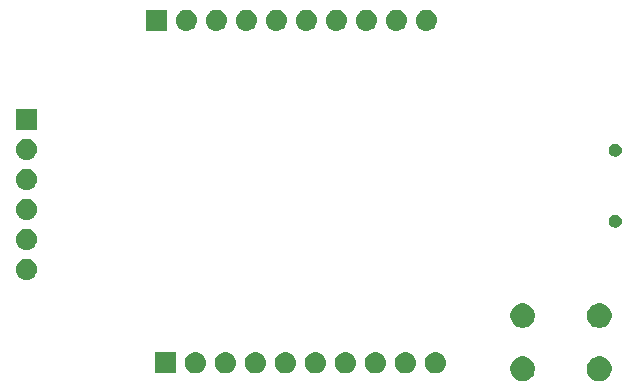
<source format=gbr>
G04 #@! TF.GenerationSoftware,KiCad,Pcbnew,5.0.2+dfsg1-1*
G04 #@! TF.CreationDate,2019-09-12T15:29:43-03:00*
G04 #@! TF.ProjectId,projeto1,70726f6a-6574-46f3-912e-6b696361645f,rev?*
G04 #@! TF.SameCoordinates,Original*
G04 #@! TF.FileFunction,Soldermask,Bot*
G04 #@! TF.FilePolarity,Negative*
%FSLAX46Y46*%
G04 Gerber Fmt 4.6, Leading zero omitted, Abs format (unit mm)*
G04 Created by KiCad (PCBNEW 5.0.2+dfsg1-1) date qui 12 set 2019 15:29:43 -03*
%MOMM*%
%LPD*%
G01*
G04 APERTURE LIST*
%ADD10C,0.100000*%
G04 APERTURE END LIST*
D10*
G36*
X121806565Y-91489389D02*
X121997834Y-91568615D01*
X122169976Y-91683637D01*
X122316363Y-91830024D01*
X122431385Y-92002166D01*
X122510611Y-92193435D01*
X122551000Y-92396484D01*
X122551000Y-92603516D01*
X122510611Y-92806565D01*
X122431385Y-92997834D01*
X122316363Y-93169976D01*
X122169976Y-93316363D01*
X121997834Y-93431385D01*
X121806565Y-93510611D01*
X121603516Y-93551000D01*
X121396484Y-93551000D01*
X121193435Y-93510611D01*
X121002166Y-93431385D01*
X120830024Y-93316363D01*
X120683637Y-93169976D01*
X120568615Y-92997834D01*
X120489389Y-92806565D01*
X120449000Y-92603516D01*
X120449000Y-92396484D01*
X120489389Y-92193435D01*
X120568615Y-92002166D01*
X120683637Y-91830024D01*
X120830024Y-91683637D01*
X121002166Y-91568615D01*
X121193435Y-91489389D01*
X121396484Y-91449000D01*
X121603516Y-91449000D01*
X121806565Y-91489389D01*
X121806565Y-91489389D01*
G37*
G36*
X115306565Y-91489389D02*
X115497834Y-91568615D01*
X115669976Y-91683637D01*
X115816363Y-91830024D01*
X115931385Y-92002166D01*
X116010611Y-92193435D01*
X116051000Y-92396484D01*
X116051000Y-92603516D01*
X116010611Y-92806565D01*
X115931385Y-92997834D01*
X115816363Y-93169976D01*
X115669976Y-93316363D01*
X115497834Y-93431385D01*
X115306565Y-93510611D01*
X115103516Y-93551000D01*
X114896484Y-93551000D01*
X114693435Y-93510611D01*
X114502166Y-93431385D01*
X114330024Y-93316363D01*
X114183637Y-93169976D01*
X114068615Y-92997834D01*
X113989389Y-92806565D01*
X113949000Y-92603516D01*
X113949000Y-92396484D01*
X113989389Y-92193435D01*
X114068615Y-92002166D01*
X114183637Y-91830024D01*
X114330024Y-91683637D01*
X114502166Y-91568615D01*
X114693435Y-91489389D01*
X114896484Y-91449000D01*
X115103516Y-91449000D01*
X115306565Y-91489389D01*
X115306565Y-91489389D01*
G37*
G36*
X89950442Y-91105518D02*
X90016627Y-91112037D01*
X90129853Y-91146384D01*
X90186467Y-91163557D01*
X90325087Y-91237652D01*
X90342991Y-91247222D01*
X90378729Y-91276552D01*
X90480186Y-91359814D01*
X90553378Y-91449000D01*
X90592778Y-91497009D01*
X90592779Y-91497011D01*
X90676443Y-91653533D01*
X90676443Y-91653534D01*
X90727963Y-91823373D01*
X90745359Y-92000000D01*
X90727963Y-92176627D01*
X90722864Y-92193435D01*
X90676443Y-92346467D01*
X90649708Y-92396484D01*
X90592778Y-92502991D01*
X90563448Y-92538729D01*
X90480186Y-92640186D01*
X90378729Y-92723448D01*
X90342991Y-92752778D01*
X90342989Y-92752779D01*
X90186467Y-92836443D01*
X90129853Y-92853616D01*
X90016627Y-92887963D01*
X89950443Y-92894481D01*
X89884260Y-92901000D01*
X89795740Y-92901000D01*
X89729557Y-92894481D01*
X89663373Y-92887963D01*
X89550147Y-92853616D01*
X89493533Y-92836443D01*
X89337011Y-92752779D01*
X89337009Y-92752778D01*
X89301271Y-92723448D01*
X89199814Y-92640186D01*
X89116552Y-92538729D01*
X89087222Y-92502991D01*
X89030292Y-92396484D01*
X89003557Y-92346467D01*
X88957136Y-92193435D01*
X88952037Y-92176627D01*
X88934641Y-92000000D01*
X88952037Y-91823373D01*
X89003557Y-91653534D01*
X89003557Y-91653533D01*
X89087221Y-91497011D01*
X89087222Y-91497009D01*
X89126622Y-91449000D01*
X89199814Y-91359814D01*
X89301271Y-91276552D01*
X89337009Y-91247222D01*
X89354913Y-91237652D01*
X89493533Y-91163557D01*
X89550147Y-91146384D01*
X89663373Y-91112037D01*
X89729558Y-91105518D01*
X89795740Y-91099000D01*
X89884260Y-91099000D01*
X89950442Y-91105518D01*
X89950442Y-91105518D01*
G37*
G36*
X107730442Y-91105518D02*
X107796627Y-91112037D01*
X107909853Y-91146384D01*
X107966467Y-91163557D01*
X108105087Y-91237652D01*
X108122991Y-91247222D01*
X108158729Y-91276552D01*
X108260186Y-91359814D01*
X108333378Y-91449000D01*
X108372778Y-91497009D01*
X108372779Y-91497011D01*
X108456443Y-91653533D01*
X108456443Y-91653534D01*
X108507963Y-91823373D01*
X108525359Y-92000000D01*
X108507963Y-92176627D01*
X108502864Y-92193435D01*
X108456443Y-92346467D01*
X108429708Y-92396484D01*
X108372778Y-92502991D01*
X108343448Y-92538729D01*
X108260186Y-92640186D01*
X108158729Y-92723448D01*
X108122991Y-92752778D01*
X108122989Y-92752779D01*
X107966467Y-92836443D01*
X107909853Y-92853616D01*
X107796627Y-92887963D01*
X107730443Y-92894481D01*
X107664260Y-92901000D01*
X107575740Y-92901000D01*
X107509557Y-92894481D01*
X107443373Y-92887963D01*
X107330147Y-92853616D01*
X107273533Y-92836443D01*
X107117011Y-92752779D01*
X107117009Y-92752778D01*
X107081271Y-92723448D01*
X106979814Y-92640186D01*
X106896552Y-92538729D01*
X106867222Y-92502991D01*
X106810292Y-92396484D01*
X106783557Y-92346467D01*
X106737136Y-92193435D01*
X106732037Y-92176627D01*
X106714641Y-92000000D01*
X106732037Y-91823373D01*
X106783557Y-91653534D01*
X106783557Y-91653533D01*
X106867221Y-91497011D01*
X106867222Y-91497009D01*
X106906622Y-91449000D01*
X106979814Y-91359814D01*
X107081271Y-91276552D01*
X107117009Y-91247222D01*
X107134913Y-91237652D01*
X107273533Y-91163557D01*
X107330147Y-91146384D01*
X107443373Y-91112037D01*
X107509558Y-91105518D01*
X107575740Y-91099000D01*
X107664260Y-91099000D01*
X107730442Y-91105518D01*
X107730442Y-91105518D01*
G37*
G36*
X105190442Y-91105518D02*
X105256627Y-91112037D01*
X105369853Y-91146384D01*
X105426467Y-91163557D01*
X105565087Y-91237652D01*
X105582991Y-91247222D01*
X105618729Y-91276552D01*
X105720186Y-91359814D01*
X105793378Y-91449000D01*
X105832778Y-91497009D01*
X105832779Y-91497011D01*
X105916443Y-91653533D01*
X105916443Y-91653534D01*
X105967963Y-91823373D01*
X105985359Y-92000000D01*
X105967963Y-92176627D01*
X105962864Y-92193435D01*
X105916443Y-92346467D01*
X105889708Y-92396484D01*
X105832778Y-92502991D01*
X105803448Y-92538729D01*
X105720186Y-92640186D01*
X105618729Y-92723448D01*
X105582991Y-92752778D01*
X105582989Y-92752779D01*
X105426467Y-92836443D01*
X105369853Y-92853616D01*
X105256627Y-92887963D01*
X105190443Y-92894481D01*
X105124260Y-92901000D01*
X105035740Y-92901000D01*
X104969557Y-92894481D01*
X104903373Y-92887963D01*
X104790147Y-92853616D01*
X104733533Y-92836443D01*
X104577011Y-92752779D01*
X104577009Y-92752778D01*
X104541271Y-92723448D01*
X104439814Y-92640186D01*
X104356552Y-92538729D01*
X104327222Y-92502991D01*
X104270292Y-92396484D01*
X104243557Y-92346467D01*
X104197136Y-92193435D01*
X104192037Y-92176627D01*
X104174641Y-92000000D01*
X104192037Y-91823373D01*
X104243557Y-91653534D01*
X104243557Y-91653533D01*
X104327221Y-91497011D01*
X104327222Y-91497009D01*
X104366622Y-91449000D01*
X104439814Y-91359814D01*
X104541271Y-91276552D01*
X104577009Y-91247222D01*
X104594913Y-91237652D01*
X104733533Y-91163557D01*
X104790147Y-91146384D01*
X104903373Y-91112037D01*
X104969558Y-91105518D01*
X105035740Y-91099000D01*
X105124260Y-91099000D01*
X105190442Y-91105518D01*
X105190442Y-91105518D01*
G37*
G36*
X102650442Y-91105518D02*
X102716627Y-91112037D01*
X102829853Y-91146384D01*
X102886467Y-91163557D01*
X103025087Y-91237652D01*
X103042991Y-91247222D01*
X103078729Y-91276552D01*
X103180186Y-91359814D01*
X103253378Y-91449000D01*
X103292778Y-91497009D01*
X103292779Y-91497011D01*
X103376443Y-91653533D01*
X103376443Y-91653534D01*
X103427963Y-91823373D01*
X103445359Y-92000000D01*
X103427963Y-92176627D01*
X103422864Y-92193435D01*
X103376443Y-92346467D01*
X103349708Y-92396484D01*
X103292778Y-92502991D01*
X103263448Y-92538729D01*
X103180186Y-92640186D01*
X103078729Y-92723448D01*
X103042991Y-92752778D01*
X103042989Y-92752779D01*
X102886467Y-92836443D01*
X102829853Y-92853616D01*
X102716627Y-92887963D01*
X102650443Y-92894481D01*
X102584260Y-92901000D01*
X102495740Y-92901000D01*
X102429557Y-92894481D01*
X102363373Y-92887963D01*
X102250147Y-92853616D01*
X102193533Y-92836443D01*
X102037011Y-92752779D01*
X102037009Y-92752778D01*
X102001271Y-92723448D01*
X101899814Y-92640186D01*
X101816552Y-92538729D01*
X101787222Y-92502991D01*
X101730292Y-92396484D01*
X101703557Y-92346467D01*
X101657136Y-92193435D01*
X101652037Y-92176627D01*
X101634641Y-92000000D01*
X101652037Y-91823373D01*
X101703557Y-91653534D01*
X101703557Y-91653533D01*
X101787221Y-91497011D01*
X101787222Y-91497009D01*
X101826622Y-91449000D01*
X101899814Y-91359814D01*
X102001271Y-91276552D01*
X102037009Y-91247222D01*
X102054913Y-91237652D01*
X102193533Y-91163557D01*
X102250147Y-91146384D01*
X102363373Y-91112037D01*
X102429558Y-91105518D01*
X102495740Y-91099000D01*
X102584260Y-91099000D01*
X102650442Y-91105518D01*
X102650442Y-91105518D01*
G37*
G36*
X100110442Y-91105518D02*
X100176627Y-91112037D01*
X100289853Y-91146384D01*
X100346467Y-91163557D01*
X100485087Y-91237652D01*
X100502991Y-91247222D01*
X100538729Y-91276552D01*
X100640186Y-91359814D01*
X100713378Y-91449000D01*
X100752778Y-91497009D01*
X100752779Y-91497011D01*
X100836443Y-91653533D01*
X100836443Y-91653534D01*
X100887963Y-91823373D01*
X100905359Y-92000000D01*
X100887963Y-92176627D01*
X100882864Y-92193435D01*
X100836443Y-92346467D01*
X100809708Y-92396484D01*
X100752778Y-92502991D01*
X100723448Y-92538729D01*
X100640186Y-92640186D01*
X100538729Y-92723448D01*
X100502991Y-92752778D01*
X100502989Y-92752779D01*
X100346467Y-92836443D01*
X100289853Y-92853616D01*
X100176627Y-92887963D01*
X100110443Y-92894481D01*
X100044260Y-92901000D01*
X99955740Y-92901000D01*
X99889557Y-92894481D01*
X99823373Y-92887963D01*
X99710147Y-92853616D01*
X99653533Y-92836443D01*
X99497011Y-92752779D01*
X99497009Y-92752778D01*
X99461271Y-92723448D01*
X99359814Y-92640186D01*
X99276552Y-92538729D01*
X99247222Y-92502991D01*
X99190292Y-92396484D01*
X99163557Y-92346467D01*
X99117136Y-92193435D01*
X99112037Y-92176627D01*
X99094641Y-92000000D01*
X99112037Y-91823373D01*
X99163557Y-91653534D01*
X99163557Y-91653533D01*
X99247221Y-91497011D01*
X99247222Y-91497009D01*
X99286622Y-91449000D01*
X99359814Y-91359814D01*
X99461271Y-91276552D01*
X99497009Y-91247222D01*
X99514913Y-91237652D01*
X99653533Y-91163557D01*
X99710147Y-91146384D01*
X99823373Y-91112037D01*
X99889558Y-91105518D01*
X99955740Y-91099000D01*
X100044260Y-91099000D01*
X100110442Y-91105518D01*
X100110442Y-91105518D01*
G37*
G36*
X97570442Y-91105518D02*
X97636627Y-91112037D01*
X97749853Y-91146384D01*
X97806467Y-91163557D01*
X97945087Y-91237652D01*
X97962991Y-91247222D01*
X97998729Y-91276552D01*
X98100186Y-91359814D01*
X98173378Y-91449000D01*
X98212778Y-91497009D01*
X98212779Y-91497011D01*
X98296443Y-91653533D01*
X98296443Y-91653534D01*
X98347963Y-91823373D01*
X98365359Y-92000000D01*
X98347963Y-92176627D01*
X98342864Y-92193435D01*
X98296443Y-92346467D01*
X98269708Y-92396484D01*
X98212778Y-92502991D01*
X98183448Y-92538729D01*
X98100186Y-92640186D01*
X97998729Y-92723448D01*
X97962991Y-92752778D01*
X97962989Y-92752779D01*
X97806467Y-92836443D01*
X97749853Y-92853616D01*
X97636627Y-92887963D01*
X97570443Y-92894481D01*
X97504260Y-92901000D01*
X97415740Y-92901000D01*
X97349557Y-92894481D01*
X97283373Y-92887963D01*
X97170147Y-92853616D01*
X97113533Y-92836443D01*
X96957011Y-92752779D01*
X96957009Y-92752778D01*
X96921271Y-92723448D01*
X96819814Y-92640186D01*
X96736552Y-92538729D01*
X96707222Y-92502991D01*
X96650292Y-92396484D01*
X96623557Y-92346467D01*
X96577136Y-92193435D01*
X96572037Y-92176627D01*
X96554641Y-92000000D01*
X96572037Y-91823373D01*
X96623557Y-91653534D01*
X96623557Y-91653533D01*
X96707221Y-91497011D01*
X96707222Y-91497009D01*
X96746622Y-91449000D01*
X96819814Y-91359814D01*
X96921271Y-91276552D01*
X96957009Y-91247222D01*
X96974913Y-91237652D01*
X97113533Y-91163557D01*
X97170147Y-91146384D01*
X97283373Y-91112037D01*
X97349558Y-91105518D01*
X97415740Y-91099000D01*
X97504260Y-91099000D01*
X97570442Y-91105518D01*
X97570442Y-91105518D01*
G37*
G36*
X95030442Y-91105518D02*
X95096627Y-91112037D01*
X95209853Y-91146384D01*
X95266467Y-91163557D01*
X95405087Y-91237652D01*
X95422991Y-91247222D01*
X95458729Y-91276552D01*
X95560186Y-91359814D01*
X95633378Y-91449000D01*
X95672778Y-91497009D01*
X95672779Y-91497011D01*
X95756443Y-91653533D01*
X95756443Y-91653534D01*
X95807963Y-91823373D01*
X95825359Y-92000000D01*
X95807963Y-92176627D01*
X95802864Y-92193435D01*
X95756443Y-92346467D01*
X95729708Y-92396484D01*
X95672778Y-92502991D01*
X95643448Y-92538729D01*
X95560186Y-92640186D01*
X95458729Y-92723448D01*
X95422991Y-92752778D01*
X95422989Y-92752779D01*
X95266467Y-92836443D01*
X95209853Y-92853616D01*
X95096627Y-92887963D01*
X95030443Y-92894481D01*
X94964260Y-92901000D01*
X94875740Y-92901000D01*
X94809557Y-92894481D01*
X94743373Y-92887963D01*
X94630147Y-92853616D01*
X94573533Y-92836443D01*
X94417011Y-92752779D01*
X94417009Y-92752778D01*
X94381271Y-92723448D01*
X94279814Y-92640186D01*
X94196552Y-92538729D01*
X94167222Y-92502991D01*
X94110292Y-92396484D01*
X94083557Y-92346467D01*
X94037136Y-92193435D01*
X94032037Y-92176627D01*
X94014641Y-92000000D01*
X94032037Y-91823373D01*
X94083557Y-91653534D01*
X94083557Y-91653533D01*
X94167221Y-91497011D01*
X94167222Y-91497009D01*
X94206622Y-91449000D01*
X94279814Y-91359814D01*
X94381271Y-91276552D01*
X94417009Y-91247222D01*
X94434913Y-91237652D01*
X94573533Y-91163557D01*
X94630147Y-91146384D01*
X94743373Y-91112037D01*
X94809558Y-91105518D01*
X94875740Y-91099000D01*
X94964260Y-91099000D01*
X95030442Y-91105518D01*
X95030442Y-91105518D01*
G37*
G36*
X92490442Y-91105518D02*
X92556627Y-91112037D01*
X92669853Y-91146384D01*
X92726467Y-91163557D01*
X92865087Y-91237652D01*
X92882991Y-91247222D01*
X92918729Y-91276552D01*
X93020186Y-91359814D01*
X93093378Y-91449000D01*
X93132778Y-91497009D01*
X93132779Y-91497011D01*
X93216443Y-91653533D01*
X93216443Y-91653534D01*
X93267963Y-91823373D01*
X93285359Y-92000000D01*
X93267963Y-92176627D01*
X93262864Y-92193435D01*
X93216443Y-92346467D01*
X93189708Y-92396484D01*
X93132778Y-92502991D01*
X93103448Y-92538729D01*
X93020186Y-92640186D01*
X92918729Y-92723448D01*
X92882991Y-92752778D01*
X92882989Y-92752779D01*
X92726467Y-92836443D01*
X92669853Y-92853616D01*
X92556627Y-92887963D01*
X92490443Y-92894481D01*
X92424260Y-92901000D01*
X92335740Y-92901000D01*
X92269557Y-92894481D01*
X92203373Y-92887963D01*
X92090147Y-92853616D01*
X92033533Y-92836443D01*
X91877011Y-92752779D01*
X91877009Y-92752778D01*
X91841271Y-92723448D01*
X91739814Y-92640186D01*
X91656552Y-92538729D01*
X91627222Y-92502991D01*
X91570292Y-92396484D01*
X91543557Y-92346467D01*
X91497136Y-92193435D01*
X91492037Y-92176627D01*
X91474641Y-92000000D01*
X91492037Y-91823373D01*
X91543557Y-91653534D01*
X91543557Y-91653533D01*
X91627221Y-91497011D01*
X91627222Y-91497009D01*
X91666622Y-91449000D01*
X91739814Y-91359814D01*
X91841271Y-91276552D01*
X91877009Y-91247222D01*
X91894913Y-91237652D01*
X92033533Y-91163557D01*
X92090147Y-91146384D01*
X92203373Y-91112037D01*
X92269558Y-91105518D01*
X92335740Y-91099000D01*
X92424260Y-91099000D01*
X92490442Y-91105518D01*
X92490442Y-91105518D01*
G37*
G36*
X87410442Y-91105518D02*
X87476627Y-91112037D01*
X87589853Y-91146384D01*
X87646467Y-91163557D01*
X87785087Y-91237652D01*
X87802991Y-91247222D01*
X87838729Y-91276552D01*
X87940186Y-91359814D01*
X88013378Y-91449000D01*
X88052778Y-91497009D01*
X88052779Y-91497011D01*
X88136443Y-91653533D01*
X88136443Y-91653534D01*
X88187963Y-91823373D01*
X88205359Y-92000000D01*
X88187963Y-92176627D01*
X88182864Y-92193435D01*
X88136443Y-92346467D01*
X88109708Y-92396484D01*
X88052778Y-92502991D01*
X88023448Y-92538729D01*
X87940186Y-92640186D01*
X87838729Y-92723448D01*
X87802991Y-92752778D01*
X87802989Y-92752779D01*
X87646467Y-92836443D01*
X87589853Y-92853616D01*
X87476627Y-92887963D01*
X87410443Y-92894481D01*
X87344260Y-92901000D01*
X87255740Y-92901000D01*
X87189557Y-92894481D01*
X87123373Y-92887963D01*
X87010147Y-92853616D01*
X86953533Y-92836443D01*
X86797011Y-92752779D01*
X86797009Y-92752778D01*
X86761271Y-92723448D01*
X86659814Y-92640186D01*
X86576552Y-92538729D01*
X86547222Y-92502991D01*
X86490292Y-92396484D01*
X86463557Y-92346467D01*
X86417136Y-92193435D01*
X86412037Y-92176627D01*
X86394641Y-92000000D01*
X86412037Y-91823373D01*
X86463557Y-91653534D01*
X86463557Y-91653533D01*
X86547221Y-91497011D01*
X86547222Y-91497009D01*
X86586622Y-91449000D01*
X86659814Y-91359814D01*
X86761271Y-91276552D01*
X86797009Y-91247222D01*
X86814913Y-91237652D01*
X86953533Y-91163557D01*
X87010147Y-91146384D01*
X87123373Y-91112037D01*
X87189558Y-91105518D01*
X87255740Y-91099000D01*
X87344260Y-91099000D01*
X87410442Y-91105518D01*
X87410442Y-91105518D01*
G37*
G36*
X85661000Y-92901000D02*
X83859000Y-92901000D01*
X83859000Y-91099000D01*
X85661000Y-91099000D01*
X85661000Y-92901000D01*
X85661000Y-92901000D01*
G37*
G36*
X115306565Y-86989389D02*
X115497834Y-87068615D01*
X115669976Y-87183637D01*
X115816363Y-87330024D01*
X115931385Y-87502166D01*
X116010611Y-87693435D01*
X116051000Y-87896484D01*
X116051000Y-88103516D01*
X116010611Y-88306565D01*
X115931385Y-88497834D01*
X115816363Y-88669976D01*
X115669976Y-88816363D01*
X115497834Y-88931385D01*
X115306565Y-89010611D01*
X115103516Y-89051000D01*
X114896484Y-89051000D01*
X114693435Y-89010611D01*
X114502166Y-88931385D01*
X114330024Y-88816363D01*
X114183637Y-88669976D01*
X114068615Y-88497834D01*
X113989389Y-88306565D01*
X113949000Y-88103516D01*
X113949000Y-87896484D01*
X113989389Y-87693435D01*
X114068615Y-87502166D01*
X114183637Y-87330024D01*
X114330024Y-87183637D01*
X114502166Y-87068615D01*
X114693435Y-86989389D01*
X114896484Y-86949000D01*
X115103516Y-86949000D01*
X115306565Y-86989389D01*
X115306565Y-86989389D01*
G37*
G36*
X121806565Y-86989389D02*
X121997834Y-87068615D01*
X122169976Y-87183637D01*
X122316363Y-87330024D01*
X122431385Y-87502166D01*
X122510611Y-87693435D01*
X122551000Y-87896484D01*
X122551000Y-88103516D01*
X122510611Y-88306565D01*
X122431385Y-88497834D01*
X122316363Y-88669976D01*
X122169976Y-88816363D01*
X121997834Y-88931385D01*
X121806565Y-89010611D01*
X121603516Y-89051000D01*
X121396484Y-89051000D01*
X121193435Y-89010611D01*
X121002166Y-88931385D01*
X120830024Y-88816363D01*
X120683637Y-88669976D01*
X120568615Y-88497834D01*
X120489389Y-88306565D01*
X120449000Y-88103516D01*
X120449000Y-87896484D01*
X120489389Y-87693435D01*
X120568615Y-87502166D01*
X120683637Y-87330024D01*
X120830024Y-87183637D01*
X121002166Y-87068615D01*
X121193435Y-86989389D01*
X121396484Y-86949000D01*
X121603516Y-86949000D01*
X121806565Y-86989389D01*
X121806565Y-86989389D01*
G37*
G36*
X73110442Y-83185518D02*
X73176627Y-83192037D01*
X73289853Y-83226384D01*
X73346467Y-83243557D01*
X73485087Y-83317652D01*
X73502991Y-83327222D01*
X73538729Y-83356552D01*
X73640186Y-83439814D01*
X73723448Y-83541271D01*
X73752778Y-83577009D01*
X73752779Y-83577011D01*
X73836443Y-83733533D01*
X73836443Y-83733534D01*
X73887963Y-83903373D01*
X73905359Y-84080000D01*
X73887963Y-84256627D01*
X73853616Y-84369853D01*
X73836443Y-84426467D01*
X73762348Y-84565087D01*
X73752778Y-84582991D01*
X73723448Y-84618729D01*
X73640186Y-84720186D01*
X73538729Y-84803448D01*
X73502991Y-84832778D01*
X73502989Y-84832779D01*
X73346467Y-84916443D01*
X73289853Y-84933616D01*
X73176627Y-84967963D01*
X73110443Y-84974481D01*
X73044260Y-84981000D01*
X72955740Y-84981000D01*
X72889557Y-84974481D01*
X72823373Y-84967963D01*
X72710147Y-84933616D01*
X72653533Y-84916443D01*
X72497011Y-84832779D01*
X72497009Y-84832778D01*
X72461271Y-84803448D01*
X72359814Y-84720186D01*
X72276552Y-84618729D01*
X72247222Y-84582991D01*
X72237652Y-84565087D01*
X72163557Y-84426467D01*
X72146384Y-84369853D01*
X72112037Y-84256627D01*
X72094641Y-84080000D01*
X72112037Y-83903373D01*
X72163557Y-83733534D01*
X72163557Y-83733533D01*
X72247221Y-83577011D01*
X72247222Y-83577009D01*
X72276552Y-83541271D01*
X72359814Y-83439814D01*
X72461271Y-83356552D01*
X72497009Y-83327222D01*
X72514913Y-83317652D01*
X72653533Y-83243557D01*
X72710147Y-83226384D01*
X72823373Y-83192037D01*
X72889558Y-83185518D01*
X72955740Y-83179000D01*
X73044260Y-83179000D01*
X73110442Y-83185518D01*
X73110442Y-83185518D01*
G37*
G36*
X73110443Y-80645519D02*
X73176627Y-80652037D01*
X73289853Y-80686384D01*
X73346467Y-80703557D01*
X73485087Y-80777652D01*
X73502991Y-80787222D01*
X73538729Y-80816552D01*
X73640186Y-80899814D01*
X73723448Y-81001271D01*
X73752778Y-81037009D01*
X73752779Y-81037011D01*
X73836443Y-81193533D01*
X73836443Y-81193534D01*
X73887963Y-81363373D01*
X73905359Y-81540000D01*
X73887963Y-81716627D01*
X73853616Y-81829853D01*
X73836443Y-81886467D01*
X73762348Y-82025087D01*
X73752778Y-82042991D01*
X73723448Y-82078729D01*
X73640186Y-82180186D01*
X73538729Y-82263448D01*
X73502991Y-82292778D01*
X73502989Y-82292779D01*
X73346467Y-82376443D01*
X73289853Y-82393616D01*
X73176627Y-82427963D01*
X73110442Y-82434482D01*
X73044260Y-82441000D01*
X72955740Y-82441000D01*
X72889558Y-82434482D01*
X72823373Y-82427963D01*
X72710147Y-82393616D01*
X72653533Y-82376443D01*
X72497011Y-82292779D01*
X72497009Y-82292778D01*
X72461271Y-82263448D01*
X72359814Y-82180186D01*
X72276552Y-82078729D01*
X72247222Y-82042991D01*
X72237652Y-82025087D01*
X72163557Y-81886467D01*
X72146384Y-81829853D01*
X72112037Y-81716627D01*
X72094641Y-81540000D01*
X72112037Y-81363373D01*
X72163557Y-81193534D01*
X72163557Y-81193533D01*
X72247221Y-81037011D01*
X72247222Y-81037009D01*
X72276552Y-81001271D01*
X72359814Y-80899814D01*
X72461271Y-80816552D01*
X72497009Y-80787222D01*
X72514913Y-80777652D01*
X72653533Y-80703557D01*
X72710147Y-80686384D01*
X72823373Y-80652037D01*
X72889557Y-80645519D01*
X72955740Y-80639000D01*
X73044260Y-80639000D01*
X73110443Y-80645519D01*
X73110443Y-80645519D01*
G37*
G36*
X123010721Y-79470174D02*
X123110995Y-79511709D01*
X123201245Y-79572012D01*
X123277988Y-79648755D01*
X123338291Y-79739005D01*
X123379826Y-79839279D01*
X123401000Y-79945730D01*
X123401000Y-80054270D01*
X123379826Y-80160721D01*
X123338291Y-80260995D01*
X123277988Y-80351245D01*
X123201245Y-80427988D01*
X123110995Y-80488291D01*
X123010721Y-80529826D01*
X122904270Y-80551000D01*
X122795730Y-80551000D01*
X122689279Y-80529826D01*
X122589005Y-80488291D01*
X122498755Y-80427988D01*
X122422012Y-80351245D01*
X122361709Y-80260995D01*
X122320174Y-80160721D01*
X122299000Y-80054270D01*
X122299000Y-79945730D01*
X122320174Y-79839279D01*
X122361709Y-79739005D01*
X122422012Y-79648755D01*
X122498755Y-79572012D01*
X122589005Y-79511709D01*
X122689279Y-79470174D01*
X122795730Y-79449000D01*
X122904270Y-79449000D01*
X123010721Y-79470174D01*
X123010721Y-79470174D01*
G37*
G36*
X73110442Y-78105518D02*
X73176627Y-78112037D01*
X73289853Y-78146384D01*
X73346467Y-78163557D01*
X73485087Y-78237652D01*
X73502991Y-78247222D01*
X73538729Y-78276552D01*
X73640186Y-78359814D01*
X73723448Y-78461271D01*
X73752778Y-78497009D01*
X73752779Y-78497011D01*
X73836443Y-78653533D01*
X73836443Y-78653534D01*
X73887963Y-78823373D01*
X73905359Y-79000000D01*
X73887963Y-79176627D01*
X73853616Y-79289853D01*
X73836443Y-79346467D01*
X73781637Y-79449000D01*
X73752778Y-79502991D01*
X73745623Y-79511709D01*
X73640186Y-79640186D01*
X73538729Y-79723448D01*
X73502991Y-79752778D01*
X73502989Y-79752779D01*
X73346467Y-79836443D01*
X73289853Y-79853616D01*
X73176627Y-79887963D01*
X73110442Y-79894482D01*
X73044260Y-79901000D01*
X72955740Y-79901000D01*
X72889558Y-79894482D01*
X72823373Y-79887963D01*
X72710147Y-79853616D01*
X72653533Y-79836443D01*
X72497011Y-79752779D01*
X72497009Y-79752778D01*
X72461271Y-79723448D01*
X72359814Y-79640186D01*
X72254377Y-79511709D01*
X72247222Y-79502991D01*
X72218363Y-79449000D01*
X72163557Y-79346467D01*
X72146384Y-79289853D01*
X72112037Y-79176627D01*
X72094641Y-79000000D01*
X72112037Y-78823373D01*
X72163557Y-78653534D01*
X72163557Y-78653533D01*
X72247221Y-78497011D01*
X72247222Y-78497009D01*
X72276552Y-78461271D01*
X72359814Y-78359814D01*
X72461271Y-78276552D01*
X72497009Y-78247222D01*
X72514913Y-78237652D01*
X72653533Y-78163557D01*
X72710147Y-78146384D01*
X72823373Y-78112037D01*
X72889558Y-78105518D01*
X72955740Y-78099000D01*
X73044260Y-78099000D01*
X73110442Y-78105518D01*
X73110442Y-78105518D01*
G37*
G36*
X73110443Y-75565519D02*
X73176627Y-75572037D01*
X73289853Y-75606384D01*
X73346467Y-75623557D01*
X73485087Y-75697652D01*
X73502991Y-75707222D01*
X73538729Y-75736552D01*
X73640186Y-75819814D01*
X73723448Y-75921271D01*
X73752778Y-75957009D01*
X73752779Y-75957011D01*
X73836443Y-76113533D01*
X73836443Y-76113534D01*
X73887963Y-76283373D01*
X73905359Y-76460000D01*
X73887963Y-76636627D01*
X73853616Y-76749853D01*
X73836443Y-76806467D01*
X73762348Y-76945087D01*
X73752778Y-76962991D01*
X73723448Y-76998729D01*
X73640186Y-77100186D01*
X73538729Y-77183448D01*
X73502991Y-77212778D01*
X73502989Y-77212779D01*
X73346467Y-77296443D01*
X73289853Y-77313616D01*
X73176627Y-77347963D01*
X73110443Y-77354481D01*
X73044260Y-77361000D01*
X72955740Y-77361000D01*
X72889557Y-77354481D01*
X72823373Y-77347963D01*
X72710147Y-77313616D01*
X72653533Y-77296443D01*
X72497011Y-77212779D01*
X72497009Y-77212778D01*
X72461271Y-77183448D01*
X72359814Y-77100186D01*
X72276552Y-76998729D01*
X72247222Y-76962991D01*
X72237652Y-76945087D01*
X72163557Y-76806467D01*
X72146384Y-76749853D01*
X72112037Y-76636627D01*
X72094641Y-76460000D01*
X72112037Y-76283373D01*
X72163557Y-76113534D01*
X72163557Y-76113533D01*
X72247221Y-75957011D01*
X72247222Y-75957009D01*
X72276552Y-75921271D01*
X72359814Y-75819814D01*
X72461271Y-75736552D01*
X72497009Y-75707222D01*
X72514913Y-75697652D01*
X72653533Y-75623557D01*
X72710147Y-75606384D01*
X72823373Y-75572037D01*
X72889557Y-75565519D01*
X72955740Y-75559000D01*
X73044260Y-75559000D01*
X73110443Y-75565519D01*
X73110443Y-75565519D01*
G37*
G36*
X73110442Y-73025518D02*
X73176627Y-73032037D01*
X73289853Y-73066384D01*
X73346467Y-73083557D01*
X73485087Y-73157652D01*
X73502991Y-73167222D01*
X73538729Y-73196552D01*
X73640186Y-73279814D01*
X73723448Y-73381271D01*
X73752778Y-73417009D01*
X73752779Y-73417011D01*
X73836443Y-73573533D01*
X73836443Y-73573534D01*
X73887963Y-73743373D01*
X73905359Y-73920000D01*
X73887963Y-74096627D01*
X73868520Y-74160721D01*
X73836443Y-74266467D01*
X73762348Y-74405087D01*
X73752778Y-74422991D01*
X73748675Y-74427990D01*
X73640186Y-74560186D01*
X73538729Y-74643448D01*
X73502991Y-74672778D01*
X73502989Y-74672779D01*
X73346467Y-74756443D01*
X73289853Y-74773616D01*
X73176627Y-74807963D01*
X73110443Y-74814481D01*
X73044260Y-74821000D01*
X72955740Y-74821000D01*
X72889557Y-74814481D01*
X72823373Y-74807963D01*
X72710147Y-74773616D01*
X72653533Y-74756443D01*
X72497011Y-74672779D01*
X72497009Y-74672778D01*
X72461271Y-74643448D01*
X72359814Y-74560186D01*
X72251325Y-74427990D01*
X72247222Y-74422991D01*
X72237652Y-74405087D01*
X72163557Y-74266467D01*
X72131480Y-74160721D01*
X72112037Y-74096627D01*
X72094641Y-73920000D01*
X72112037Y-73743373D01*
X72163557Y-73573534D01*
X72163557Y-73573533D01*
X72247221Y-73417011D01*
X72247222Y-73417009D01*
X72276552Y-73381271D01*
X72359814Y-73279814D01*
X72461271Y-73196552D01*
X72497009Y-73167222D01*
X72514913Y-73157652D01*
X72653533Y-73083557D01*
X72710147Y-73066384D01*
X72823373Y-73032037D01*
X72889558Y-73025518D01*
X72955740Y-73019000D01*
X73044260Y-73019000D01*
X73110442Y-73025518D01*
X73110442Y-73025518D01*
G37*
G36*
X123010721Y-73470174D02*
X123110995Y-73511709D01*
X123201245Y-73572012D01*
X123277988Y-73648755D01*
X123338291Y-73739005D01*
X123379826Y-73839279D01*
X123401000Y-73945730D01*
X123401000Y-74054270D01*
X123379826Y-74160721D01*
X123338291Y-74260995D01*
X123277988Y-74351245D01*
X123201245Y-74427988D01*
X123110995Y-74488291D01*
X123010721Y-74529826D01*
X122904270Y-74551000D01*
X122795730Y-74551000D01*
X122689279Y-74529826D01*
X122589005Y-74488291D01*
X122498755Y-74427988D01*
X122422012Y-74351245D01*
X122361709Y-74260995D01*
X122320174Y-74160721D01*
X122299000Y-74054270D01*
X122299000Y-73945730D01*
X122320174Y-73839279D01*
X122361709Y-73739005D01*
X122422012Y-73648755D01*
X122498755Y-73572012D01*
X122589005Y-73511709D01*
X122689279Y-73470174D01*
X122795730Y-73449000D01*
X122904270Y-73449000D01*
X123010721Y-73470174D01*
X123010721Y-73470174D01*
G37*
G36*
X73901000Y-72281000D02*
X72099000Y-72281000D01*
X72099000Y-70479000D01*
X73901000Y-70479000D01*
X73901000Y-72281000D01*
X73901000Y-72281000D01*
G37*
G36*
X96810443Y-62105519D02*
X96876627Y-62112037D01*
X96989853Y-62146384D01*
X97046467Y-62163557D01*
X97185087Y-62237652D01*
X97202991Y-62247222D01*
X97238729Y-62276552D01*
X97340186Y-62359814D01*
X97423448Y-62461271D01*
X97452778Y-62497009D01*
X97452779Y-62497011D01*
X97536443Y-62653533D01*
X97536443Y-62653534D01*
X97587963Y-62823373D01*
X97605359Y-63000000D01*
X97587963Y-63176627D01*
X97553616Y-63289853D01*
X97536443Y-63346467D01*
X97462348Y-63485087D01*
X97452778Y-63502991D01*
X97423448Y-63538729D01*
X97340186Y-63640186D01*
X97238729Y-63723448D01*
X97202991Y-63752778D01*
X97202989Y-63752779D01*
X97046467Y-63836443D01*
X96989853Y-63853616D01*
X96876627Y-63887963D01*
X96810443Y-63894481D01*
X96744260Y-63901000D01*
X96655740Y-63901000D01*
X96589557Y-63894481D01*
X96523373Y-63887963D01*
X96410147Y-63853616D01*
X96353533Y-63836443D01*
X96197011Y-63752779D01*
X96197009Y-63752778D01*
X96161271Y-63723448D01*
X96059814Y-63640186D01*
X95976552Y-63538729D01*
X95947222Y-63502991D01*
X95937652Y-63485087D01*
X95863557Y-63346467D01*
X95846384Y-63289853D01*
X95812037Y-63176627D01*
X95794641Y-63000000D01*
X95812037Y-62823373D01*
X95863557Y-62653534D01*
X95863557Y-62653533D01*
X95947221Y-62497011D01*
X95947222Y-62497009D01*
X95976552Y-62461271D01*
X96059814Y-62359814D01*
X96161271Y-62276552D01*
X96197009Y-62247222D01*
X96214913Y-62237652D01*
X96353533Y-62163557D01*
X96410147Y-62146384D01*
X96523373Y-62112037D01*
X96589557Y-62105519D01*
X96655740Y-62099000D01*
X96744260Y-62099000D01*
X96810443Y-62105519D01*
X96810443Y-62105519D01*
G37*
G36*
X94270443Y-62105519D02*
X94336627Y-62112037D01*
X94449853Y-62146384D01*
X94506467Y-62163557D01*
X94645087Y-62237652D01*
X94662991Y-62247222D01*
X94698729Y-62276552D01*
X94800186Y-62359814D01*
X94883448Y-62461271D01*
X94912778Y-62497009D01*
X94912779Y-62497011D01*
X94996443Y-62653533D01*
X94996443Y-62653534D01*
X95047963Y-62823373D01*
X95065359Y-63000000D01*
X95047963Y-63176627D01*
X95013616Y-63289853D01*
X94996443Y-63346467D01*
X94922348Y-63485087D01*
X94912778Y-63502991D01*
X94883448Y-63538729D01*
X94800186Y-63640186D01*
X94698729Y-63723448D01*
X94662991Y-63752778D01*
X94662989Y-63752779D01*
X94506467Y-63836443D01*
X94449853Y-63853616D01*
X94336627Y-63887963D01*
X94270443Y-63894481D01*
X94204260Y-63901000D01*
X94115740Y-63901000D01*
X94049557Y-63894481D01*
X93983373Y-63887963D01*
X93870147Y-63853616D01*
X93813533Y-63836443D01*
X93657011Y-63752779D01*
X93657009Y-63752778D01*
X93621271Y-63723448D01*
X93519814Y-63640186D01*
X93436552Y-63538729D01*
X93407222Y-63502991D01*
X93397652Y-63485087D01*
X93323557Y-63346467D01*
X93306384Y-63289853D01*
X93272037Y-63176627D01*
X93254641Y-63000000D01*
X93272037Y-62823373D01*
X93323557Y-62653534D01*
X93323557Y-62653533D01*
X93407221Y-62497011D01*
X93407222Y-62497009D01*
X93436552Y-62461271D01*
X93519814Y-62359814D01*
X93621271Y-62276552D01*
X93657009Y-62247222D01*
X93674913Y-62237652D01*
X93813533Y-62163557D01*
X93870147Y-62146384D01*
X93983373Y-62112037D01*
X94049557Y-62105519D01*
X94115740Y-62099000D01*
X94204260Y-62099000D01*
X94270443Y-62105519D01*
X94270443Y-62105519D01*
G37*
G36*
X106970443Y-62105519D02*
X107036627Y-62112037D01*
X107149853Y-62146384D01*
X107206467Y-62163557D01*
X107345087Y-62237652D01*
X107362991Y-62247222D01*
X107398729Y-62276552D01*
X107500186Y-62359814D01*
X107583448Y-62461271D01*
X107612778Y-62497009D01*
X107612779Y-62497011D01*
X107696443Y-62653533D01*
X107696443Y-62653534D01*
X107747963Y-62823373D01*
X107765359Y-63000000D01*
X107747963Y-63176627D01*
X107713616Y-63289853D01*
X107696443Y-63346467D01*
X107622348Y-63485087D01*
X107612778Y-63502991D01*
X107583448Y-63538729D01*
X107500186Y-63640186D01*
X107398729Y-63723448D01*
X107362991Y-63752778D01*
X107362989Y-63752779D01*
X107206467Y-63836443D01*
X107149853Y-63853616D01*
X107036627Y-63887963D01*
X106970443Y-63894481D01*
X106904260Y-63901000D01*
X106815740Y-63901000D01*
X106749557Y-63894481D01*
X106683373Y-63887963D01*
X106570147Y-63853616D01*
X106513533Y-63836443D01*
X106357011Y-63752779D01*
X106357009Y-63752778D01*
X106321271Y-63723448D01*
X106219814Y-63640186D01*
X106136552Y-63538729D01*
X106107222Y-63502991D01*
X106097652Y-63485087D01*
X106023557Y-63346467D01*
X106006384Y-63289853D01*
X105972037Y-63176627D01*
X105954641Y-63000000D01*
X105972037Y-62823373D01*
X106023557Y-62653534D01*
X106023557Y-62653533D01*
X106107221Y-62497011D01*
X106107222Y-62497009D01*
X106136552Y-62461271D01*
X106219814Y-62359814D01*
X106321271Y-62276552D01*
X106357009Y-62247222D01*
X106374913Y-62237652D01*
X106513533Y-62163557D01*
X106570147Y-62146384D01*
X106683373Y-62112037D01*
X106749557Y-62105519D01*
X106815740Y-62099000D01*
X106904260Y-62099000D01*
X106970443Y-62105519D01*
X106970443Y-62105519D01*
G37*
G36*
X104430443Y-62105519D02*
X104496627Y-62112037D01*
X104609853Y-62146384D01*
X104666467Y-62163557D01*
X104805087Y-62237652D01*
X104822991Y-62247222D01*
X104858729Y-62276552D01*
X104960186Y-62359814D01*
X105043448Y-62461271D01*
X105072778Y-62497009D01*
X105072779Y-62497011D01*
X105156443Y-62653533D01*
X105156443Y-62653534D01*
X105207963Y-62823373D01*
X105225359Y-63000000D01*
X105207963Y-63176627D01*
X105173616Y-63289853D01*
X105156443Y-63346467D01*
X105082348Y-63485087D01*
X105072778Y-63502991D01*
X105043448Y-63538729D01*
X104960186Y-63640186D01*
X104858729Y-63723448D01*
X104822991Y-63752778D01*
X104822989Y-63752779D01*
X104666467Y-63836443D01*
X104609853Y-63853616D01*
X104496627Y-63887963D01*
X104430443Y-63894481D01*
X104364260Y-63901000D01*
X104275740Y-63901000D01*
X104209557Y-63894481D01*
X104143373Y-63887963D01*
X104030147Y-63853616D01*
X103973533Y-63836443D01*
X103817011Y-63752779D01*
X103817009Y-63752778D01*
X103781271Y-63723448D01*
X103679814Y-63640186D01*
X103596552Y-63538729D01*
X103567222Y-63502991D01*
X103557652Y-63485087D01*
X103483557Y-63346467D01*
X103466384Y-63289853D01*
X103432037Y-63176627D01*
X103414641Y-63000000D01*
X103432037Y-62823373D01*
X103483557Y-62653534D01*
X103483557Y-62653533D01*
X103567221Y-62497011D01*
X103567222Y-62497009D01*
X103596552Y-62461271D01*
X103679814Y-62359814D01*
X103781271Y-62276552D01*
X103817009Y-62247222D01*
X103834913Y-62237652D01*
X103973533Y-62163557D01*
X104030147Y-62146384D01*
X104143373Y-62112037D01*
X104209557Y-62105519D01*
X104275740Y-62099000D01*
X104364260Y-62099000D01*
X104430443Y-62105519D01*
X104430443Y-62105519D01*
G37*
G36*
X101890443Y-62105519D02*
X101956627Y-62112037D01*
X102069853Y-62146384D01*
X102126467Y-62163557D01*
X102265087Y-62237652D01*
X102282991Y-62247222D01*
X102318729Y-62276552D01*
X102420186Y-62359814D01*
X102503448Y-62461271D01*
X102532778Y-62497009D01*
X102532779Y-62497011D01*
X102616443Y-62653533D01*
X102616443Y-62653534D01*
X102667963Y-62823373D01*
X102685359Y-63000000D01*
X102667963Y-63176627D01*
X102633616Y-63289853D01*
X102616443Y-63346467D01*
X102542348Y-63485087D01*
X102532778Y-63502991D01*
X102503448Y-63538729D01*
X102420186Y-63640186D01*
X102318729Y-63723448D01*
X102282991Y-63752778D01*
X102282989Y-63752779D01*
X102126467Y-63836443D01*
X102069853Y-63853616D01*
X101956627Y-63887963D01*
X101890443Y-63894481D01*
X101824260Y-63901000D01*
X101735740Y-63901000D01*
X101669557Y-63894481D01*
X101603373Y-63887963D01*
X101490147Y-63853616D01*
X101433533Y-63836443D01*
X101277011Y-63752779D01*
X101277009Y-63752778D01*
X101241271Y-63723448D01*
X101139814Y-63640186D01*
X101056552Y-63538729D01*
X101027222Y-63502991D01*
X101017652Y-63485087D01*
X100943557Y-63346467D01*
X100926384Y-63289853D01*
X100892037Y-63176627D01*
X100874641Y-63000000D01*
X100892037Y-62823373D01*
X100943557Y-62653534D01*
X100943557Y-62653533D01*
X101027221Y-62497011D01*
X101027222Y-62497009D01*
X101056552Y-62461271D01*
X101139814Y-62359814D01*
X101241271Y-62276552D01*
X101277009Y-62247222D01*
X101294913Y-62237652D01*
X101433533Y-62163557D01*
X101490147Y-62146384D01*
X101603373Y-62112037D01*
X101669557Y-62105519D01*
X101735740Y-62099000D01*
X101824260Y-62099000D01*
X101890443Y-62105519D01*
X101890443Y-62105519D01*
G37*
G36*
X99350443Y-62105519D02*
X99416627Y-62112037D01*
X99529853Y-62146384D01*
X99586467Y-62163557D01*
X99725087Y-62237652D01*
X99742991Y-62247222D01*
X99778729Y-62276552D01*
X99880186Y-62359814D01*
X99963448Y-62461271D01*
X99992778Y-62497009D01*
X99992779Y-62497011D01*
X100076443Y-62653533D01*
X100076443Y-62653534D01*
X100127963Y-62823373D01*
X100145359Y-63000000D01*
X100127963Y-63176627D01*
X100093616Y-63289853D01*
X100076443Y-63346467D01*
X100002348Y-63485087D01*
X99992778Y-63502991D01*
X99963448Y-63538729D01*
X99880186Y-63640186D01*
X99778729Y-63723448D01*
X99742991Y-63752778D01*
X99742989Y-63752779D01*
X99586467Y-63836443D01*
X99529853Y-63853616D01*
X99416627Y-63887963D01*
X99350443Y-63894481D01*
X99284260Y-63901000D01*
X99195740Y-63901000D01*
X99129557Y-63894481D01*
X99063373Y-63887963D01*
X98950147Y-63853616D01*
X98893533Y-63836443D01*
X98737011Y-63752779D01*
X98737009Y-63752778D01*
X98701271Y-63723448D01*
X98599814Y-63640186D01*
X98516552Y-63538729D01*
X98487222Y-63502991D01*
X98477652Y-63485087D01*
X98403557Y-63346467D01*
X98386384Y-63289853D01*
X98352037Y-63176627D01*
X98334641Y-63000000D01*
X98352037Y-62823373D01*
X98403557Y-62653534D01*
X98403557Y-62653533D01*
X98487221Y-62497011D01*
X98487222Y-62497009D01*
X98516552Y-62461271D01*
X98599814Y-62359814D01*
X98701271Y-62276552D01*
X98737009Y-62247222D01*
X98754913Y-62237652D01*
X98893533Y-62163557D01*
X98950147Y-62146384D01*
X99063373Y-62112037D01*
X99129557Y-62105519D01*
X99195740Y-62099000D01*
X99284260Y-62099000D01*
X99350443Y-62105519D01*
X99350443Y-62105519D01*
G37*
G36*
X91730443Y-62105519D02*
X91796627Y-62112037D01*
X91909853Y-62146384D01*
X91966467Y-62163557D01*
X92105087Y-62237652D01*
X92122991Y-62247222D01*
X92158729Y-62276552D01*
X92260186Y-62359814D01*
X92343448Y-62461271D01*
X92372778Y-62497009D01*
X92372779Y-62497011D01*
X92456443Y-62653533D01*
X92456443Y-62653534D01*
X92507963Y-62823373D01*
X92525359Y-63000000D01*
X92507963Y-63176627D01*
X92473616Y-63289853D01*
X92456443Y-63346467D01*
X92382348Y-63485087D01*
X92372778Y-63502991D01*
X92343448Y-63538729D01*
X92260186Y-63640186D01*
X92158729Y-63723448D01*
X92122991Y-63752778D01*
X92122989Y-63752779D01*
X91966467Y-63836443D01*
X91909853Y-63853616D01*
X91796627Y-63887963D01*
X91730443Y-63894481D01*
X91664260Y-63901000D01*
X91575740Y-63901000D01*
X91509557Y-63894481D01*
X91443373Y-63887963D01*
X91330147Y-63853616D01*
X91273533Y-63836443D01*
X91117011Y-63752779D01*
X91117009Y-63752778D01*
X91081271Y-63723448D01*
X90979814Y-63640186D01*
X90896552Y-63538729D01*
X90867222Y-63502991D01*
X90857652Y-63485087D01*
X90783557Y-63346467D01*
X90766384Y-63289853D01*
X90732037Y-63176627D01*
X90714641Y-63000000D01*
X90732037Y-62823373D01*
X90783557Y-62653534D01*
X90783557Y-62653533D01*
X90867221Y-62497011D01*
X90867222Y-62497009D01*
X90896552Y-62461271D01*
X90979814Y-62359814D01*
X91081271Y-62276552D01*
X91117009Y-62247222D01*
X91134913Y-62237652D01*
X91273533Y-62163557D01*
X91330147Y-62146384D01*
X91443373Y-62112037D01*
X91509557Y-62105519D01*
X91575740Y-62099000D01*
X91664260Y-62099000D01*
X91730443Y-62105519D01*
X91730443Y-62105519D01*
G37*
G36*
X89190443Y-62105519D02*
X89256627Y-62112037D01*
X89369853Y-62146384D01*
X89426467Y-62163557D01*
X89565087Y-62237652D01*
X89582991Y-62247222D01*
X89618729Y-62276552D01*
X89720186Y-62359814D01*
X89803448Y-62461271D01*
X89832778Y-62497009D01*
X89832779Y-62497011D01*
X89916443Y-62653533D01*
X89916443Y-62653534D01*
X89967963Y-62823373D01*
X89985359Y-63000000D01*
X89967963Y-63176627D01*
X89933616Y-63289853D01*
X89916443Y-63346467D01*
X89842348Y-63485087D01*
X89832778Y-63502991D01*
X89803448Y-63538729D01*
X89720186Y-63640186D01*
X89618729Y-63723448D01*
X89582991Y-63752778D01*
X89582989Y-63752779D01*
X89426467Y-63836443D01*
X89369853Y-63853616D01*
X89256627Y-63887963D01*
X89190443Y-63894481D01*
X89124260Y-63901000D01*
X89035740Y-63901000D01*
X88969557Y-63894481D01*
X88903373Y-63887963D01*
X88790147Y-63853616D01*
X88733533Y-63836443D01*
X88577011Y-63752779D01*
X88577009Y-63752778D01*
X88541271Y-63723448D01*
X88439814Y-63640186D01*
X88356552Y-63538729D01*
X88327222Y-63502991D01*
X88317652Y-63485087D01*
X88243557Y-63346467D01*
X88226384Y-63289853D01*
X88192037Y-63176627D01*
X88174641Y-63000000D01*
X88192037Y-62823373D01*
X88243557Y-62653534D01*
X88243557Y-62653533D01*
X88327221Y-62497011D01*
X88327222Y-62497009D01*
X88356552Y-62461271D01*
X88439814Y-62359814D01*
X88541271Y-62276552D01*
X88577009Y-62247222D01*
X88594913Y-62237652D01*
X88733533Y-62163557D01*
X88790147Y-62146384D01*
X88903373Y-62112037D01*
X88969557Y-62105519D01*
X89035740Y-62099000D01*
X89124260Y-62099000D01*
X89190443Y-62105519D01*
X89190443Y-62105519D01*
G37*
G36*
X86650443Y-62105519D02*
X86716627Y-62112037D01*
X86829853Y-62146384D01*
X86886467Y-62163557D01*
X87025087Y-62237652D01*
X87042991Y-62247222D01*
X87078729Y-62276552D01*
X87180186Y-62359814D01*
X87263448Y-62461271D01*
X87292778Y-62497009D01*
X87292779Y-62497011D01*
X87376443Y-62653533D01*
X87376443Y-62653534D01*
X87427963Y-62823373D01*
X87445359Y-63000000D01*
X87427963Y-63176627D01*
X87393616Y-63289853D01*
X87376443Y-63346467D01*
X87302348Y-63485087D01*
X87292778Y-63502991D01*
X87263448Y-63538729D01*
X87180186Y-63640186D01*
X87078729Y-63723448D01*
X87042991Y-63752778D01*
X87042989Y-63752779D01*
X86886467Y-63836443D01*
X86829853Y-63853616D01*
X86716627Y-63887963D01*
X86650443Y-63894481D01*
X86584260Y-63901000D01*
X86495740Y-63901000D01*
X86429557Y-63894481D01*
X86363373Y-63887963D01*
X86250147Y-63853616D01*
X86193533Y-63836443D01*
X86037011Y-63752779D01*
X86037009Y-63752778D01*
X86001271Y-63723448D01*
X85899814Y-63640186D01*
X85816552Y-63538729D01*
X85787222Y-63502991D01*
X85777652Y-63485087D01*
X85703557Y-63346467D01*
X85686384Y-63289853D01*
X85652037Y-63176627D01*
X85634641Y-63000000D01*
X85652037Y-62823373D01*
X85703557Y-62653534D01*
X85703557Y-62653533D01*
X85787221Y-62497011D01*
X85787222Y-62497009D01*
X85816552Y-62461271D01*
X85899814Y-62359814D01*
X86001271Y-62276552D01*
X86037009Y-62247222D01*
X86054913Y-62237652D01*
X86193533Y-62163557D01*
X86250147Y-62146384D01*
X86363373Y-62112037D01*
X86429557Y-62105519D01*
X86495740Y-62099000D01*
X86584260Y-62099000D01*
X86650443Y-62105519D01*
X86650443Y-62105519D01*
G37*
G36*
X84901000Y-63901000D02*
X83099000Y-63901000D01*
X83099000Y-62099000D01*
X84901000Y-62099000D01*
X84901000Y-63901000D01*
X84901000Y-63901000D01*
G37*
M02*

</source>
